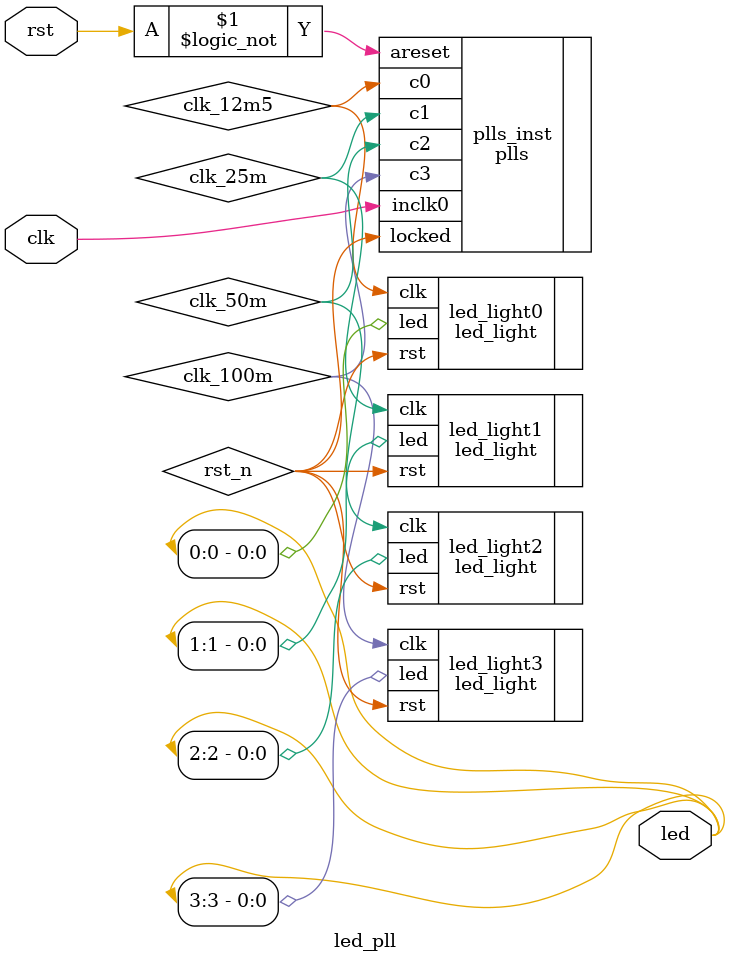
<source format=v>
module led_pll(
	clk,
	rst,
	led
);

input clk;
input rst;

output [3:0]led;

wire clk_12m5;
wire clk_25m;
wire clk_50m;
wire clk_100m;
wire rst_n;

plls	plls_inst (
	.areset ( !rst ),
	.inclk0 ( clk ),
	.c0 ( clk_12m5 ),
	.c1 ( clk_25m ),
	.c2 ( clk_50m ),
	.c3 ( clk_100m ),
	.locked ( rst_n )
);

led_light #(
	.cnt_max(27'd12_499_999)
	)led_light0(
	.clk(clk_12m5),
	.rst(rst_n),
	.led(led[0])
);
led_light #(
	.cnt_max(27'd24_999_999)
	)led_light1(
	.clk(clk_25m),
	.rst(rst_n),
	.led(led[1])
);
led_light #(
	.cnt_max(27'd49_999_999)
	)led_light2(
	.clk(clk_50m),
	.rst(rst_n),
	.led(led[2])
);
led_light #(
	.cnt_max(27'd99_999_999)
	)led_light3(
	.clk(clk_100m),
	.rst(rst_n),
	.led(led[3])
);


endmodule 

	




</source>
